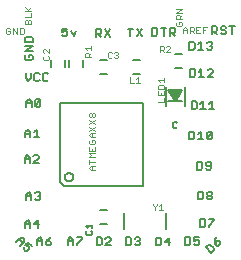
<source format=gto>
G75*
G70*
%OFA0B0*%
%FSLAX24Y24*%
%IPPOS*%
%LPD*%
%AMOC8*
5,1,8,0,0,1.08239X$1,22.5*
%
%ADD10C,0.0040*%
%ADD11C,0.0060*%
%ADD12C,0.0050*%
%ADD13C,0.0080*%
D10*
X003228Y004068D02*
X003162Y004134D01*
X003228Y004201D01*
X003362Y004201D01*
X003262Y004201D02*
X003262Y004068D01*
X003228Y004068D02*
X003362Y004068D01*
X003162Y004289D02*
X003162Y004422D01*
X003162Y004355D02*
X003362Y004355D01*
X003362Y004510D02*
X003162Y004510D01*
X003228Y004576D01*
X003162Y004643D01*
X003362Y004643D01*
X003362Y004731D02*
X003362Y004864D01*
X003328Y004951D02*
X003362Y004985D01*
X003362Y005052D01*
X003328Y005085D01*
X003262Y005085D01*
X003262Y005018D01*
X003195Y004951D02*
X003328Y004951D01*
X003262Y004797D02*
X003262Y004731D01*
X003162Y004731D02*
X003362Y004731D01*
X003162Y004731D02*
X003162Y004864D01*
X003195Y004951D02*
X003162Y004985D01*
X003162Y005052D01*
X003195Y005085D01*
X003228Y005172D02*
X003162Y005239D01*
X003228Y005306D01*
X003362Y005306D01*
X003362Y005393D02*
X003162Y005527D01*
X003162Y005614D02*
X003362Y005748D01*
X003328Y005835D02*
X003295Y005835D01*
X003262Y005869D01*
X003262Y005936D01*
X003295Y005969D01*
X003328Y005969D01*
X003362Y005936D01*
X003362Y005869D01*
X003328Y005835D01*
X003262Y005869D02*
X003228Y005835D01*
X003195Y005835D01*
X003162Y005869D01*
X003162Y005936D01*
X003195Y005969D01*
X003228Y005969D01*
X003262Y005936D01*
X003162Y005748D02*
X003362Y005614D01*
X003362Y005527D02*
X003162Y005393D01*
X003262Y005306D02*
X003262Y005172D01*
X003228Y005172D02*
X003362Y005172D01*
X004510Y006989D02*
X004644Y006989D01*
X004731Y006989D02*
X004865Y006989D01*
X004798Y006989D02*
X004798Y007189D01*
X004731Y007122D01*
X004510Y007189D02*
X004510Y006989D01*
X004095Y007820D02*
X004028Y007820D01*
X003994Y007853D01*
X003907Y007853D02*
X003874Y007820D01*
X003807Y007820D01*
X003774Y007853D01*
X003774Y007987D01*
X003807Y008020D01*
X003874Y008020D01*
X003907Y007987D01*
X003994Y007987D02*
X004028Y008020D01*
X004095Y008020D01*
X004128Y007987D01*
X004128Y007953D01*
X004095Y007920D01*
X004128Y007887D01*
X004128Y007853D01*
X004095Y007820D01*
X004095Y007920D02*
X004061Y007920D01*
X003227Y007854D02*
X003027Y007854D01*
X003027Y007955D01*
X003060Y007988D01*
X003127Y007988D01*
X003160Y007955D01*
X003160Y007854D01*
X003160Y007921D02*
X003227Y007988D01*
X003227Y008075D02*
X003227Y008209D01*
X003227Y008142D02*
X003027Y008142D01*
X003093Y008075D01*
X001830Y008106D02*
X001830Y007973D01*
X001696Y008106D01*
X001663Y008106D01*
X001630Y008073D01*
X001630Y008006D01*
X001663Y007973D01*
X001663Y007885D02*
X001630Y007852D01*
X001630Y007785D01*
X001663Y007752D01*
X001796Y007752D01*
X001830Y007785D01*
X001830Y007852D01*
X001796Y007885D01*
X000977Y008650D02*
X000977Y008783D01*
X000944Y008817D01*
X000844Y008817D01*
X000844Y008616D01*
X000944Y008616D01*
X000977Y008650D01*
X000756Y008616D02*
X000756Y008817D01*
X000623Y008817D02*
X000756Y008616D01*
X000623Y008616D02*
X000623Y008817D01*
X000535Y008783D02*
X000502Y008817D01*
X000435Y008817D01*
X000402Y008783D01*
X000402Y008650D01*
X000435Y008616D01*
X000502Y008616D01*
X000535Y008650D01*
X000535Y008717D01*
X000469Y008717D01*
X001012Y008946D02*
X001012Y009047D01*
X001045Y009080D01*
X001078Y009080D01*
X001112Y009047D01*
X001112Y008946D01*
X001212Y008946D02*
X001212Y009047D01*
X001178Y009080D01*
X001145Y009080D01*
X001112Y009047D01*
X001212Y008946D02*
X001012Y008946D01*
X001012Y009167D02*
X001212Y009167D01*
X001212Y009301D01*
X001212Y009388D02*
X001012Y009388D01*
X001145Y009388D02*
X001012Y009522D01*
X001112Y009422D02*
X001212Y009522D01*
X005452Y007082D02*
X005652Y007082D01*
X005652Y007015D02*
X005652Y007149D01*
X005518Y007015D02*
X005452Y007082D01*
X005485Y006928D02*
X005452Y006895D01*
X005452Y006794D01*
X005652Y006794D01*
X005652Y006895D01*
X005618Y006928D01*
X005485Y006928D01*
X005452Y006707D02*
X005452Y006574D01*
X005652Y006574D01*
X005652Y006707D01*
X005552Y006640D02*
X005552Y006574D01*
X005652Y006486D02*
X005652Y006353D01*
X005452Y006353D01*
X005519Y008004D02*
X005519Y008204D01*
X005619Y008204D01*
X005652Y008171D01*
X005652Y008104D01*
X005619Y008071D01*
X005519Y008071D01*
X005586Y008071D02*
X005652Y008004D01*
X005740Y008004D02*
X005873Y008138D01*
X005873Y008171D01*
X005840Y008204D01*
X005773Y008204D01*
X005740Y008171D01*
X005740Y008004D02*
X005873Y008004D01*
X006294Y008640D02*
X006294Y008773D01*
X006360Y008840D01*
X006427Y008773D01*
X006427Y008640D01*
X006515Y008640D02*
X006515Y008840D01*
X006615Y008840D01*
X006648Y008807D01*
X006648Y008740D01*
X006615Y008707D01*
X006515Y008707D01*
X006581Y008707D02*
X006648Y008640D01*
X006736Y008640D02*
X006869Y008640D01*
X006957Y008640D02*
X006957Y008840D01*
X007090Y008840D01*
X007023Y008740D02*
X006957Y008740D01*
X006869Y008840D02*
X006736Y008840D01*
X006736Y008640D01*
X006736Y008740D02*
X006802Y008740D01*
X006427Y008740D02*
X006294Y008740D01*
X006218Y008884D02*
X006252Y008917D01*
X006252Y008984D01*
X006218Y009017D01*
X006152Y009017D01*
X006152Y008950D01*
X006218Y008884D02*
X006085Y008884D01*
X006052Y008917D01*
X006052Y008984D01*
X006085Y009017D01*
X006052Y009104D02*
X006052Y009205D01*
X006085Y009238D01*
X006152Y009238D01*
X006185Y009205D01*
X006185Y009104D01*
X006252Y009104D02*
X006052Y009104D01*
X006185Y009171D02*
X006252Y009238D01*
X006252Y009325D02*
X006052Y009325D01*
X006252Y009459D01*
X006052Y009459D01*
X005563Y002958D02*
X005563Y002758D01*
X005496Y002758D02*
X005630Y002758D01*
X005496Y002892D02*
X005563Y002958D01*
X005409Y002958D02*
X005409Y002925D01*
X005342Y002858D01*
X005342Y002758D01*
X005342Y002858D02*
X005275Y002925D01*
X005275Y002958D01*
D11*
X001039Y001384D02*
X000977Y001446D01*
X000977Y001507D01*
X001039Y001568D02*
X001131Y001538D01*
X001161Y001507D01*
X001161Y001446D01*
X001100Y001384D01*
X001039Y001384D01*
X001039Y001568D02*
X001131Y001660D01*
X001253Y001538D01*
X001425Y001577D02*
X001425Y001751D01*
X001512Y001837D01*
X001599Y001751D01*
X001599Y001577D01*
X001599Y001707D02*
X001425Y001707D01*
X001720Y001707D02*
X001720Y001620D01*
X001763Y001577D01*
X001850Y001577D01*
X001893Y001620D01*
X001893Y001664D01*
X001850Y001707D01*
X001720Y001707D01*
X001807Y001794D01*
X001893Y001837D01*
X001450Y002145D02*
X001450Y002406D01*
X001320Y002276D01*
X001493Y002276D01*
X001199Y002276D02*
X001025Y002276D01*
X001025Y002319D02*
X001112Y002406D01*
X001199Y002319D01*
X001199Y002145D01*
X001025Y002145D02*
X001025Y002319D01*
X000984Y001807D02*
X000861Y001807D01*
X000739Y001685D01*
X000831Y001777D02*
X000953Y001654D01*
X000984Y001685D02*
X000861Y001562D01*
X000984Y001685D02*
X000984Y001807D01*
X001063Y003084D02*
X001063Y003257D01*
X001150Y003344D01*
X001237Y003257D01*
X001237Y003084D01*
X001237Y003214D02*
X001063Y003214D01*
X001358Y003301D02*
X001401Y003344D01*
X001488Y003344D01*
X001531Y003301D01*
X001531Y003257D01*
X001488Y003214D01*
X001531Y003170D01*
X001531Y003127D01*
X001488Y003084D01*
X001401Y003084D01*
X001358Y003127D01*
X001445Y003214D02*
X001488Y003214D01*
X002192Y003686D02*
X002332Y003547D01*
X004952Y003547D01*
X004952Y006306D01*
X002192Y006306D01*
X002192Y003686D01*
X002351Y003846D02*
X002353Y003869D01*
X002359Y003892D01*
X002368Y003913D01*
X002381Y003933D01*
X002397Y003950D01*
X002415Y003964D01*
X002435Y003975D01*
X002457Y003983D01*
X002480Y003987D01*
X002504Y003987D01*
X002527Y003983D01*
X002549Y003975D01*
X002569Y003964D01*
X002587Y003950D01*
X002603Y003933D01*
X002616Y003913D01*
X002625Y003892D01*
X002631Y003869D01*
X002633Y003846D01*
X002631Y003823D01*
X002625Y003800D01*
X002616Y003779D01*
X002603Y003759D01*
X002587Y003742D01*
X002569Y003728D01*
X002549Y003717D01*
X002527Y003709D01*
X002504Y003705D01*
X002480Y003705D01*
X002457Y003709D01*
X002435Y003717D01*
X002415Y003728D01*
X002397Y003742D01*
X002381Y003759D01*
X002368Y003779D01*
X002359Y003800D01*
X002353Y003823D01*
X002351Y003846D01*
X001476Y004322D02*
X001303Y004322D01*
X001476Y004495D01*
X001476Y004538D01*
X001433Y004582D01*
X001346Y004582D01*
X001303Y004538D01*
X001182Y004495D02*
X001182Y004322D01*
X001182Y004452D02*
X001008Y004452D01*
X001008Y004495D02*
X001095Y004582D01*
X001182Y004495D01*
X001008Y004495D02*
X001008Y004322D01*
X001032Y005166D02*
X001032Y005340D01*
X001119Y005427D01*
X001205Y005340D01*
X001205Y005166D01*
X001326Y005166D02*
X001500Y005166D01*
X001413Y005166D02*
X001413Y005427D01*
X001326Y005340D01*
X001205Y005297D02*
X001032Y005297D01*
X001072Y006186D02*
X001072Y006360D01*
X001159Y006447D01*
X001245Y006360D01*
X001245Y006186D01*
X001245Y006317D02*
X001072Y006317D01*
X001366Y006230D02*
X001366Y006403D01*
X001410Y006447D01*
X001497Y006447D01*
X001540Y006403D01*
X001366Y006230D01*
X001410Y006186D01*
X001497Y006186D01*
X001540Y006230D01*
X001540Y006403D01*
X001465Y007053D02*
X001379Y007053D01*
X001335Y007096D01*
X001335Y007269D01*
X001379Y007313D01*
X001465Y007313D01*
X001509Y007269D01*
X001630Y007269D02*
X001630Y007096D01*
X001673Y007053D01*
X001760Y007053D01*
X001803Y007096D01*
X001803Y007269D02*
X001760Y007313D01*
X001673Y007313D01*
X001630Y007269D01*
X001509Y007096D02*
X001465Y007053D01*
X001214Y007139D02*
X001214Y007313D01*
X001214Y007139D02*
X001127Y007053D01*
X001041Y007139D01*
X001041Y007313D01*
X001896Y007508D02*
X001896Y007745D01*
X002368Y007745D02*
X002368Y007508D01*
X002496Y007508D02*
X002496Y007745D01*
X002968Y007745D02*
X002968Y007508D01*
X003514Y007290D02*
X003750Y007290D01*
X003750Y007763D02*
X003514Y007763D01*
X003555Y008526D02*
X003469Y008613D01*
X003512Y008613D02*
X003382Y008613D01*
X003382Y008526D02*
X003382Y008787D01*
X003512Y008787D01*
X003555Y008743D01*
X003555Y008657D01*
X003512Y008613D01*
X003676Y008526D02*
X003850Y008787D01*
X003676Y008787D02*
X003850Y008526D01*
X004452Y008797D02*
X004625Y008797D01*
X004539Y008797D02*
X004539Y008536D01*
X004746Y008536D02*
X004920Y008797D01*
X004746Y008797D02*
X004920Y008536D01*
X005262Y008556D02*
X005392Y008556D01*
X005435Y008600D01*
X005435Y008773D01*
X005392Y008817D01*
X005262Y008817D01*
X005262Y008556D01*
X005556Y008817D02*
X005730Y008817D01*
X005643Y008817D02*
X005643Y008556D01*
X005851Y008556D02*
X005851Y008817D01*
X005981Y008817D01*
X006025Y008773D01*
X006025Y008687D01*
X005981Y008643D01*
X005851Y008643D01*
X005938Y008643D02*
X006025Y008556D01*
X006502Y008357D02*
X006502Y008096D01*
X006632Y008096D01*
X006675Y008140D01*
X006675Y008313D01*
X006632Y008357D01*
X006502Y008357D01*
X006796Y008270D02*
X006883Y008357D01*
X006883Y008096D01*
X006796Y008096D02*
X006970Y008096D01*
X007091Y008140D02*
X007134Y008096D01*
X007221Y008096D01*
X007265Y008140D01*
X007265Y008183D01*
X007221Y008227D01*
X007178Y008227D01*
X007221Y008227D02*
X007265Y008270D01*
X007265Y008313D01*
X007221Y008357D01*
X007134Y008357D01*
X007091Y008313D01*
X007151Y007451D02*
X007107Y007408D01*
X007151Y007451D02*
X007237Y007451D01*
X007281Y007408D01*
X007281Y007364D01*
X007107Y007191D01*
X007281Y007191D01*
X006986Y007191D02*
X006813Y007191D01*
X006899Y007191D02*
X006899Y007451D01*
X006813Y007364D01*
X006691Y007408D02*
X006691Y007234D01*
X006648Y007191D01*
X006518Y007191D01*
X006518Y007451D01*
X006648Y007451D01*
X006691Y007408D01*
X006347Y006841D02*
X006347Y006211D01*
X006268Y006369D02*
X005796Y006369D01*
X005915Y006564D02*
X006149Y006564D01*
X006184Y006622D02*
X005880Y006622D01*
X005845Y006681D02*
X006219Y006681D01*
X006254Y006739D02*
X005810Y006739D01*
X005796Y006763D02*
X006032Y006369D01*
X006268Y006763D01*
X005796Y006763D01*
X005717Y006841D02*
X005717Y006211D01*
X005985Y006447D02*
X006078Y006447D01*
X006114Y006505D02*
X005950Y006505D01*
X006020Y006388D02*
X006043Y006388D01*
X006575Y006375D02*
X006575Y006115D01*
X006706Y006115D01*
X006749Y006159D01*
X006749Y006332D01*
X006706Y006375D01*
X006575Y006375D01*
X006870Y006289D02*
X006957Y006375D01*
X006957Y006115D01*
X006870Y006115D02*
X007044Y006115D01*
X007165Y006115D02*
X007338Y006115D01*
X007251Y006115D02*
X007251Y006375D01*
X007165Y006289D01*
X007129Y005362D02*
X007216Y005362D01*
X007259Y005318D01*
X007086Y005145D01*
X007129Y005101D01*
X007216Y005101D01*
X007259Y005145D01*
X007259Y005318D01*
X007129Y005362D02*
X007086Y005318D01*
X007086Y005145D01*
X006965Y005101D02*
X006791Y005101D01*
X006878Y005101D02*
X006878Y005362D01*
X006791Y005275D01*
X006670Y005318D02*
X006670Y005145D01*
X006627Y005101D01*
X006497Y005101D01*
X006497Y005362D01*
X006627Y005362D01*
X006670Y005318D01*
X006763Y004351D02*
X006893Y004351D01*
X006936Y004308D01*
X006936Y004134D01*
X006893Y004091D01*
X006763Y004091D01*
X006763Y004351D01*
X007058Y004308D02*
X007058Y004264D01*
X007101Y004221D01*
X007231Y004221D01*
X007231Y004134D02*
X007231Y004308D01*
X007188Y004351D01*
X007101Y004351D01*
X007058Y004308D01*
X007058Y004134D02*
X007101Y004091D01*
X007188Y004091D01*
X007231Y004134D01*
X007213Y003360D02*
X007126Y003360D01*
X007083Y003316D01*
X007083Y003273D01*
X007126Y003230D01*
X007213Y003230D01*
X007256Y003186D01*
X007256Y003143D01*
X007213Y003100D01*
X007126Y003100D01*
X007083Y003143D01*
X007083Y003186D01*
X007126Y003230D01*
X007213Y003230D02*
X007256Y003273D01*
X007256Y003316D01*
X007213Y003360D01*
X006962Y003316D02*
X006962Y003143D01*
X006918Y003100D01*
X006788Y003100D01*
X006788Y003360D01*
X006918Y003360D01*
X006962Y003316D01*
X006992Y002447D02*
X006862Y002447D01*
X006862Y002186D01*
X006992Y002186D01*
X007035Y002230D01*
X007035Y002403D01*
X006992Y002447D01*
X007156Y002447D02*
X007330Y002447D01*
X007330Y002403D01*
X007156Y002230D01*
X007156Y002186D01*
X007379Y001834D02*
X007348Y001742D01*
X007348Y001619D01*
X007440Y001711D01*
X007501Y001711D01*
X007532Y001680D01*
X007532Y001619D01*
X007471Y001558D01*
X007409Y001558D01*
X007348Y001619D01*
X007324Y001472D02*
X007201Y001595D01*
X007140Y001595D01*
X007048Y001503D01*
X007232Y001319D01*
X007324Y001411D01*
X007324Y001472D01*
X006830Y001630D02*
X006787Y001586D01*
X006700Y001586D01*
X006656Y001630D01*
X006656Y001717D02*
X006743Y001760D01*
X006787Y001760D01*
X006830Y001717D01*
X006830Y001630D01*
X006656Y001717D02*
X006656Y001847D01*
X006830Y001847D01*
X006535Y001803D02*
X006535Y001630D01*
X006492Y001586D01*
X006362Y001586D01*
X006362Y001847D01*
X006492Y001847D01*
X006535Y001803D01*
X005850Y001697D02*
X005676Y001697D01*
X005807Y001827D01*
X005807Y001566D01*
X005555Y001610D02*
X005555Y001783D01*
X005512Y001827D01*
X005382Y001827D01*
X005382Y001566D01*
X005512Y001566D01*
X005555Y001610D01*
X004860Y001620D02*
X004817Y001576D01*
X004730Y001576D01*
X004686Y001620D01*
X004565Y001620D02*
X004565Y001793D01*
X004522Y001837D01*
X004392Y001837D01*
X004392Y001576D01*
X004522Y001576D01*
X004565Y001620D01*
X004686Y001793D02*
X004730Y001837D01*
X004817Y001837D01*
X004860Y001793D01*
X004860Y001750D01*
X004817Y001707D01*
X004860Y001663D01*
X004860Y001620D01*
X004817Y001707D02*
X004773Y001707D01*
X003878Y001753D02*
X003878Y001797D01*
X003834Y001840D01*
X003748Y001840D01*
X003704Y001797D01*
X003583Y001797D02*
X003540Y001840D01*
X003410Y001840D01*
X003410Y001580D01*
X003540Y001580D01*
X003583Y001623D01*
X003583Y001797D01*
X003704Y001580D02*
X003878Y001753D01*
X003878Y001580D02*
X003704Y001580D01*
X003750Y002290D02*
X003514Y002290D01*
X003514Y002763D02*
X003750Y002763D01*
X002914Y001841D02*
X002914Y001798D01*
X002741Y001624D01*
X002741Y001581D01*
X002620Y001581D02*
X002620Y001754D01*
X002533Y001841D01*
X002446Y001754D01*
X002446Y001581D01*
X002446Y001711D02*
X002620Y001711D01*
X002741Y001841D02*
X002914Y001841D01*
X004614Y007290D02*
X004850Y007290D01*
X004850Y007763D02*
X004614Y007763D01*
X006014Y007963D02*
X006250Y007963D01*
X006250Y007490D02*
X006014Y007490D01*
X002730Y008710D02*
X002643Y008536D01*
X002556Y008710D01*
X002435Y008667D02*
X002435Y008580D01*
X002392Y008536D01*
X002305Y008536D01*
X002262Y008580D01*
X002262Y008667D02*
X002349Y008710D01*
X002392Y008710D01*
X002435Y008667D01*
X002435Y008797D02*
X002262Y008797D01*
X002262Y008667D01*
D12*
X001277Y008476D02*
X001277Y008341D01*
X001007Y008341D01*
X001007Y008476D01*
X001052Y008521D01*
X001232Y008521D01*
X001277Y008476D01*
X001277Y008226D02*
X001007Y008226D01*
X001007Y008046D02*
X001277Y008226D01*
X001277Y008046D02*
X001007Y008046D01*
X001052Y007932D02*
X001007Y007887D01*
X001007Y007796D01*
X001052Y007751D01*
X001232Y007751D01*
X001277Y007796D01*
X001277Y007887D01*
X001232Y007932D01*
X001142Y007932D01*
X001142Y007841D01*
X003245Y002264D02*
X003245Y002137D01*
X003245Y002201D02*
X003054Y002201D01*
X003118Y002137D01*
X003086Y002043D02*
X003054Y002011D01*
X003054Y001948D01*
X003086Y001916D01*
X003213Y001916D01*
X003245Y001948D01*
X003245Y002011D01*
X003213Y002043D01*
X005999Y005491D02*
X006062Y005491D01*
X006094Y005523D01*
X006094Y005650D02*
X006062Y005682D01*
X005999Y005682D01*
X005967Y005650D01*
X005967Y005523D01*
X005999Y005491D01*
X007247Y008601D02*
X007247Y008872D01*
X007382Y008872D01*
X007427Y008827D01*
X007427Y008737D01*
X007382Y008691D01*
X007247Y008691D01*
X007337Y008691D02*
X007427Y008601D01*
X007541Y008646D02*
X007586Y008601D01*
X007677Y008601D01*
X007722Y008646D01*
X007722Y008691D01*
X007677Y008737D01*
X007586Y008737D01*
X007541Y008782D01*
X007541Y008827D01*
X007586Y008872D01*
X007677Y008872D01*
X007722Y008827D01*
X007836Y008872D02*
X008016Y008872D01*
X007926Y008872D02*
X007926Y008601D01*
D13*
X005740Y002642D02*
X005740Y002131D01*
X004323Y002131D02*
X004323Y002642D01*
M02*

</source>
